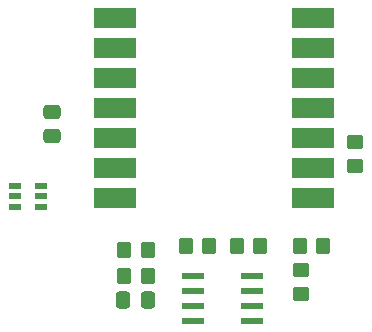
<source format=gbr>
%TF.GenerationSoftware,KiCad,Pcbnew,7.0.9*%
%TF.CreationDate,2024-04-20T19:42:18-07:00*%
%TF.ProjectId,mini_lipo_v1,6d696e69-5f6c-4697-906f-5f76312e6b69,rev?*%
%TF.SameCoordinates,Original*%
%TF.FileFunction,Paste,Bot*%
%TF.FilePolarity,Positive*%
%FSLAX46Y46*%
G04 Gerber Fmt 4.6, Leading zero omitted, Abs format (unit mm)*
G04 Created by KiCad (PCBNEW 7.0.9) date 2024-04-20 19:42:18*
%MOMM*%
%LPD*%
G01*
G04 APERTURE LIST*
G04 Aperture macros list*
%AMRoundRect*
0 Rectangle with rounded corners*
0 $1 Rounding radius*
0 $2 $3 $4 $5 $6 $7 $8 $9 X,Y pos of 4 corners*
0 Add a 4 corners polygon primitive as box body*
4,1,4,$2,$3,$4,$5,$6,$7,$8,$9,$2,$3,0*
0 Add four circle primitives for the rounded corners*
1,1,$1+$1,$2,$3*
1,1,$1+$1,$4,$5*
1,1,$1+$1,$6,$7*
1,1,$1+$1,$8,$9*
0 Add four rect primitives between the rounded corners*
20,1,$1+$1,$2,$3,$4,$5,0*
20,1,$1+$1,$4,$5,$6,$7,0*
20,1,$1+$1,$6,$7,$8,$9,0*
20,1,$1+$1,$8,$9,$2,$3,0*%
G04 Aperture macros list end*
%ADD10RoundRect,0.250000X-0.350000X-0.450000X0.350000X-0.450000X0.350000X0.450000X-0.350000X0.450000X0*%
%ADD11RoundRect,0.250000X-0.337500X-0.475000X0.337500X-0.475000X0.337500X0.475000X-0.337500X0.475000X0*%
%ADD12RoundRect,0.250000X0.450000X-0.350000X0.450000X0.350000X-0.450000X0.350000X-0.450000X-0.350000X0*%
%ADD13RoundRect,0.250000X0.350000X0.450000X-0.350000X0.450000X-0.350000X-0.450000X0.350000X-0.450000X0*%
%ADD14RoundRect,0.250000X0.475000X-0.337500X0.475000X0.337500X-0.475000X0.337500X-0.475000X-0.337500X0*%
%ADD15R,1.981200X0.558800*%
%ADD16RoundRect,0.250000X-0.450000X0.350000X-0.450000X-0.350000X0.450000X-0.350000X0.450000X0.350000X0*%
%ADD17R,3.556000X1.778000*%
%ADD18R,1.030000X0.620000*%
%ADD19R,1.030000X0.500000*%
G04 APERTURE END LIST*
D10*
%TO.C,R1*%
X98060000Y-54356000D03*
X100060000Y-54356000D03*
%TD*%
D11*
%TO.C,C3*%
X92769500Y-58928000D03*
X94844500Y-58928000D03*
%TD*%
D12*
%TO.C,Rf2*%
X107823000Y-58404000D03*
X107823000Y-56404000D03*
%TD*%
D13*
%TO.C,Rs1*%
X94837000Y-56881000D03*
X92837000Y-56881000D03*
%TD*%
D14*
%TO.C,C1*%
X86741000Y-45085000D03*
X86741000Y-43010000D03*
%TD*%
D10*
%TO.C,Rf1*%
X92837000Y-54737000D03*
X94837000Y-54737000D03*
%TD*%
D15*
%TO.C,U2*%
X103632000Y-56896000D03*
X103632000Y-58166000D03*
X103632000Y-59436000D03*
X103632000Y-60706000D03*
X98704400Y-60706000D03*
X98704400Y-59436000D03*
X98704400Y-58166000D03*
X98704400Y-56896000D03*
%TD*%
D10*
%TO.C,R2*%
X102362000Y-54356000D03*
X104362000Y-54356000D03*
%TD*%
D16*
%TO.C,Rb1*%
X112395000Y-45593000D03*
X112395000Y-47593000D03*
%TD*%
D17*
%TO.C,U1*%
X108839000Y-35052000D03*
X108839000Y-37592000D03*
X108839000Y-40132000D03*
X108839000Y-42672000D03*
X108839000Y-45212000D03*
X108839000Y-47752000D03*
X108839000Y-50292000D03*
X92075000Y-35052000D03*
X92075000Y-37592000D03*
X92075000Y-40132000D03*
X92075000Y-42672000D03*
X92075000Y-45212000D03*
X92075000Y-47752000D03*
X92075000Y-50292000D03*
%TD*%
D10*
%TO.C,Rg1*%
X107712000Y-54356000D03*
X109712000Y-54356000D03*
%TD*%
D18*
%TO.C,MK1*%
X83604000Y-51045000D03*
D19*
X83604000Y-50165000D03*
D18*
X83604000Y-49285000D03*
X85814000Y-49285000D03*
D19*
X85814000Y-50165000D03*
D18*
X85814000Y-51045000D03*
%TD*%
M02*

</source>
